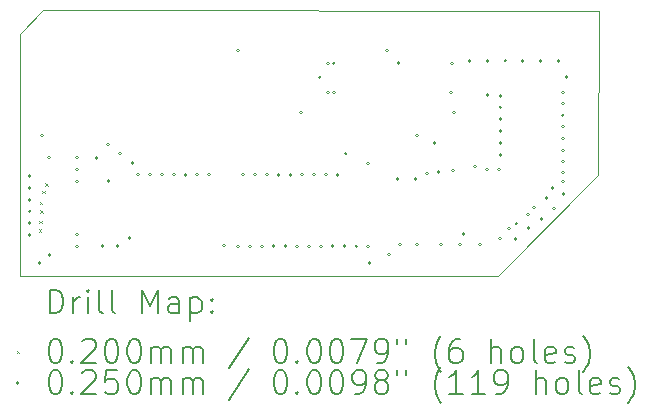
<source format=gbr>
%TF.GenerationSoftware,KiCad,Pcbnew,8.0.0*%
%TF.CreationDate,2024-03-06T21:04:31+04:00*%
%TF.ProjectId,gbc-cm4-aio-flex,6762632d-636d-4342-9d61-696f2d666c65,rev?*%
%TF.SameCoordinates,Original*%
%TF.FileFunction,Drillmap*%
%TF.FilePolarity,Positive*%
%FSLAX45Y45*%
G04 Gerber Fmt 4.5, Leading zero omitted, Abs format (unit mm)*
G04 Created by KiCad (PCBNEW 8.0.0) date 2024-03-06 21:04:31*
%MOMM*%
%LPD*%
G01*
G04 APERTURE LIST*
%ADD10C,0.100000*%
%ADD11C,0.200000*%
G04 APERTURE END LIST*
D10*
X16955000Y-11456000D02*
X16950000Y-12850000D01*
X16100000Y-13700000D01*
X12050000Y-13700000D01*
X12050000Y-11650000D01*
X12250000Y-11450000D01*
X16955000Y-11456000D01*
D11*
D10*
X12213360Y-13307675D02*
X12233360Y-13327675D01*
X12233360Y-13307675D02*
X12213360Y-13327675D01*
X12215000Y-13234000D02*
X12235000Y-13254000D01*
X12235000Y-13234000D02*
X12215000Y-13254000D01*
X12222000Y-13075000D02*
X12242000Y-13095000D01*
X12242000Y-13075000D02*
X12222000Y-13095000D01*
X12225000Y-13145000D02*
X12245000Y-13165000D01*
X12245000Y-13145000D02*
X12225000Y-13165000D01*
X12241000Y-12982000D02*
X12261000Y-13002000D01*
X12261000Y-12982000D02*
X12241000Y-13002000D01*
X12267000Y-12917000D02*
X12287000Y-12937000D01*
X12287000Y-12917000D02*
X12267000Y-12937000D01*
X12146500Y-12855000D02*
G75*
G02*
X12121500Y-12855000I-12500J0D01*
G01*
X12121500Y-12855000D02*
G75*
G02*
X12146500Y-12855000I12500J0D01*
G01*
X12146500Y-12955000D02*
G75*
G02*
X12121500Y-12955000I-12500J0D01*
G01*
X12121500Y-12955000D02*
G75*
G02*
X12146500Y-12955000I12500J0D01*
G01*
X12146500Y-13055000D02*
G75*
G02*
X12121500Y-13055000I-12500J0D01*
G01*
X12121500Y-13055000D02*
G75*
G02*
X12146500Y-13055000I12500J0D01*
G01*
X12146500Y-13155000D02*
G75*
G02*
X12121500Y-13155000I-12500J0D01*
G01*
X12121500Y-13155000D02*
G75*
G02*
X12146500Y-13155000I12500J0D01*
G01*
X12146500Y-13255000D02*
G75*
G02*
X12121500Y-13255000I-12500J0D01*
G01*
X12121500Y-13255000D02*
G75*
G02*
X12146500Y-13255000I12500J0D01*
G01*
X12146500Y-13355000D02*
G75*
G02*
X12121500Y-13355000I-12500J0D01*
G01*
X12121500Y-13355000D02*
G75*
G02*
X12146500Y-13355000I12500J0D01*
G01*
X12232500Y-13593000D02*
G75*
G02*
X12207500Y-13593000I-12500J0D01*
G01*
X12207500Y-13593000D02*
G75*
G02*
X12232500Y-13593000I12500J0D01*
G01*
X12252500Y-12512000D02*
G75*
G02*
X12227500Y-12512000I-12500J0D01*
G01*
X12227500Y-12512000D02*
G75*
G02*
X12252500Y-12512000I12500J0D01*
G01*
X12313500Y-12700000D02*
G75*
G02*
X12288500Y-12700000I-12500J0D01*
G01*
X12288500Y-12700000D02*
G75*
G02*
X12313500Y-12700000I12500J0D01*
G01*
X12316500Y-13522000D02*
G75*
G02*
X12291500Y-13522000I-12500J0D01*
G01*
X12291500Y-13522000D02*
G75*
G02*
X12316500Y-13522000I12500J0D01*
G01*
X12548500Y-12700000D02*
G75*
G02*
X12523500Y-12700000I-12500J0D01*
G01*
X12523500Y-12700000D02*
G75*
G02*
X12548500Y-12700000I12500J0D01*
G01*
X12548500Y-12800000D02*
G75*
G02*
X12523500Y-12800000I-12500J0D01*
G01*
X12523500Y-12800000D02*
G75*
G02*
X12548500Y-12800000I12500J0D01*
G01*
X12548500Y-12900000D02*
G75*
G02*
X12523500Y-12900000I-12500J0D01*
G01*
X12523500Y-12900000D02*
G75*
G02*
X12548500Y-12900000I12500J0D01*
G01*
X12548500Y-13350000D02*
G75*
G02*
X12523500Y-13350000I-12500J0D01*
G01*
X12523500Y-13350000D02*
G75*
G02*
X12548500Y-13350000I12500J0D01*
G01*
X12548500Y-13450000D02*
G75*
G02*
X12523500Y-13450000I-12500J0D01*
G01*
X12523500Y-13450000D02*
G75*
G02*
X12548500Y-13450000I12500J0D01*
G01*
X12713500Y-12700000D02*
G75*
G02*
X12688500Y-12700000I-12500J0D01*
G01*
X12688500Y-12700000D02*
G75*
G02*
X12713500Y-12700000I12500J0D01*
G01*
X12763500Y-13450000D02*
G75*
G02*
X12738500Y-13450000I-12500J0D01*
G01*
X12738500Y-13450000D02*
G75*
G02*
X12763500Y-13450000I12500J0D01*
G01*
X12813500Y-12589000D02*
G75*
G02*
X12788500Y-12589000I-12500J0D01*
G01*
X12788500Y-12589000D02*
G75*
G02*
X12813500Y-12589000I12500J0D01*
G01*
X12813500Y-12900000D02*
G75*
G02*
X12788500Y-12900000I-12500J0D01*
G01*
X12788500Y-12900000D02*
G75*
G02*
X12813500Y-12900000I12500J0D01*
G01*
X12890300Y-13446000D02*
G75*
G02*
X12865300Y-13446000I-12500J0D01*
G01*
X12865300Y-13446000D02*
G75*
G02*
X12890300Y-13446000I12500J0D01*
G01*
X12914500Y-12666000D02*
G75*
G02*
X12889500Y-12666000I-12500J0D01*
G01*
X12889500Y-12666000D02*
G75*
G02*
X12914500Y-12666000I12500J0D01*
G01*
X12991900Y-13378000D02*
G75*
G02*
X12966900Y-13378000I-12500J0D01*
G01*
X12966900Y-13378000D02*
G75*
G02*
X12991900Y-13378000I12500J0D01*
G01*
X13017300Y-12746000D02*
G75*
G02*
X12992300Y-12746000I-12500J0D01*
G01*
X12992300Y-12746000D02*
G75*
G02*
X13017300Y-12746000I12500J0D01*
G01*
X13067500Y-12843000D02*
G75*
G02*
X13042500Y-12843000I-12500J0D01*
G01*
X13042500Y-12843000D02*
G75*
G02*
X13067500Y-12843000I12500J0D01*
G01*
X13167500Y-12843000D02*
G75*
G02*
X13142500Y-12843000I-12500J0D01*
G01*
X13142500Y-12843000D02*
G75*
G02*
X13167500Y-12843000I12500J0D01*
G01*
X13267500Y-12843000D02*
G75*
G02*
X13242500Y-12843000I-12500J0D01*
G01*
X13242500Y-12843000D02*
G75*
G02*
X13267500Y-12843000I12500J0D01*
G01*
X13366500Y-12843000D02*
G75*
G02*
X13341500Y-12843000I-12500J0D01*
G01*
X13341500Y-12843000D02*
G75*
G02*
X13366500Y-12843000I12500J0D01*
G01*
X13466500Y-12843000D02*
G75*
G02*
X13441500Y-12843000I-12500J0D01*
G01*
X13441500Y-12843000D02*
G75*
G02*
X13466500Y-12843000I12500J0D01*
G01*
X13566500Y-12843000D02*
G75*
G02*
X13541500Y-12843000I-12500J0D01*
G01*
X13541500Y-12843000D02*
G75*
G02*
X13566500Y-12843000I12500J0D01*
G01*
X13666500Y-12843000D02*
G75*
G02*
X13641500Y-12843000I-12500J0D01*
G01*
X13641500Y-12843000D02*
G75*
G02*
X13666500Y-12843000I12500J0D01*
G01*
X13793500Y-13446000D02*
G75*
G02*
X13768500Y-13446000I-12500J0D01*
G01*
X13768500Y-13446000D02*
G75*
G02*
X13793500Y-13446000I12500J0D01*
G01*
X13912500Y-13450000D02*
G75*
G02*
X13887500Y-13450000I-12500J0D01*
G01*
X13887500Y-13450000D02*
G75*
G02*
X13912500Y-13450000I12500J0D01*
G01*
X13913500Y-11793000D02*
G75*
G02*
X13888500Y-11793000I-12500J0D01*
G01*
X13888500Y-11793000D02*
G75*
G02*
X13913500Y-11793000I12500J0D01*
G01*
X13954500Y-12844000D02*
G75*
G02*
X13929500Y-12844000I-12500J0D01*
G01*
X13929500Y-12844000D02*
G75*
G02*
X13954500Y-12844000I12500J0D01*
G01*
X14012500Y-13450000D02*
G75*
G02*
X13987500Y-13450000I-12500J0D01*
G01*
X13987500Y-13450000D02*
G75*
G02*
X14012500Y-13450000I12500J0D01*
G01*
X14054500Y-12844000D02*
G75*
G02*
X14029500Y-12844000I-12500J0D01*
G01*
X14029500Y-12844000D02*
G75*
G02*
X14054500Y-12844000I12500J0D01*
G01*
X14112500Y-13450000D02*
G75*
G02*
X14087500Y-13450000I-12500J0D01*
G01*
X14087500Y-13450000D02*
G75*
G02*
X14112500Y-13450000I12500J0D01*
G01*
X14154500Y-12844000D02*
G75*
G02*
X14129500Y-12844000I-12500J0D01*
G01*
X14129500Y-12844000D02*
G75*
G02*
X14154500Y-12844000I12500J0D01*
G01*
X14212500Y-13450000D02*
G75*
G02*
X14187500Y-13450000I-12500J0D01*
G01*
X14187500Y-13450000D02*
G75*
G02*
X14212500Y-13450000I12500J0D01*
G01*
X14254500Y-12844000D02*
G75*
G02*
X14229500Y-12844000I-12500J0D01*
G01*
X14229500Y-12844000D02*
G75*
G02*
X14254500Y-12844000I12500J0D01*
G01*
X14312500Y-13450000D02*
G75*
G02*
X14287500Y-13450000I-12500J0D01*
G01*
X14287500Y-13450000D02*
G75*
G02*
X14312500Y-13450000I12500J0D01*
G01*
X14354500Y-12844000D02*
G75*
G02*
X14329500Y-12844000I-12500J0D01*
G01*
X14329500Y-12844000D02*
G75*
G02*
X14354500Y-12844000I12500J0D01*
G01*
X14412500Y-13450000D02*
G75*
G02*
X14387500Y-13450000I-12500J0D01*
G01*
X14387500Y-13450000D02*
G75*
G02*
X14412500Y-13450000I12500J0D01*
G01*
X14444500Y-12319000D02*
G75*
G02*
X14419500Y-12319000I-12500J0D01*
G01*
X14419500Y-12319000D02*
G75*
G02*
X14444500Y-12319000I12500J0D01*
G01*
X14454500Y-12844000D02*
G75*
G02*
X14429500Y-12844000I-12500J0D01*
G01*
X14429500Y-12844000D02*
G75*
G02*
X14454500Y-12844000I12500J0D01*
G01*
X14512500Y-13450000D02*
G75*
G02*
X14487500Y-13450000I-12500J0D01*
G01*
X14487500Y-13450000D02*
G75*
G02*
X14512500Y-13450000I12500J0D01*
G01*
X14554500Y-12844000D02*
G75*
G02*
X14529500Y-12844000I-12500J0D01*
G01*
X14529500Y-12844000D02*
G75*
G02*
X14554500Y-12844000I12500J0D01*
G01*
X14602500Y-12020000D02*
G75*
G02*
X14577500Y-12020000I-12500J0D01*
G01*
X14577500Y-12020000D02*
G75*
G02*
X14602500Y-12020000I12500J0D01*
G01*
X14612500Y-13450000D02*
G75*
G02*
X14587500Y-13450000I-12500J0D01*
G01*
X14587500Y-13450000D02*
G75*
G02*
X14612500Y-13450000I12500J0D01*
G01*
X14654500Y-12844000D02*
G75*
G02*
X14629500Y-12844000I-12500J0D01*
G01*
X14629500Y-12844000D02*
G75*
G02*
X14654500Y-12844000I12500J0D01*
G01*
X14672500Y-11900000D02*
G75*
G02*
X14647500Y-11900000I-12500J0D01*
G01*
X14647500Y-11900000D02*
G75*
G02*
X14672500Y-11900000I12500J0D01*
G01*
X14672500Y-12150000D02*
G75*
G02*
X14647500Y-12150000I-12500J0D01*
G01*
X14647500Y-12150000D02*
G75*
G02*
X14672500Y-12150000I12500J0D01*
G01*
X14712500Y-13450000D02*
G75*
G02*
X14687500Y-13450000I-12500J0D01*
G01*
X14687500Y-13450000D02*
G75*
G02*
X14712500Y-13450000I12500J0D01*
G01*
X14722500Y-11900000D02*
G75*
G02*
X14697500Y-11900000I-12500J0D01*
G01*
X14697500Y-11900000D02*
G75*
G02*
X14722500Y-11900000I12500J0D01*
G01*
X14722500Y-12150000D02*
G75*
G02*
X14697500Y-12150000I-12500J0D01*
G01*
X14697500Y-12150000D02*
G75*
G02*
X14722500Y-12150000I12500J0D01*
G01*
X14754500Y-12844000D02*
G75*
G02*
X14729500Y-12844000I-12500J0D01*
G01*
X14729500Y-12844000D02*
G75*
G02*
X14754500Y-12844000I12500J0D01*
G01*
X14812500Y-13450000D02*
G75*
G02*
X14787500Y-13450000I-12500J0D01*
G01*
X14787500Y-13450000D02*
G75*
G02*
X14812500Y-13450000I12500J0D01*
G01*
X14822500Y-12666000D02*
G75*
G02*
X14797500Y-12666000I-12500J0D01*
G01*
X14797500Y-12666000D02*
G75*
G02*
X14822500Y-12666000I12500J0D01*
G01*
X14912500Y-13450000D02*
G75*
G02*
X14887500Y-13450000I-12500J0D01*
G01*
X14887500Y-13450000D02*
G75*
G02*
X14912500Y-13450000I12500J0D01*
G01*
X15012500Y-12746000D02*
G75*
G02*
X14987500Y-12746000I-12500J0D01*
G01*
X14987500Y-12746000D02*
G75*
G02*
X15012500Y-12746000I12500J0D01*
G01*
X15012500Y-13450000D02*
G75*
G02*
X14987500Y-13450000I-12500J0D01*
G01*
X14987500Y-13450000D02*
G75*
G02*
X15012500Y-13450000I12500J0D01*
G01*
X15022500Y-13593000D02*
G75*
G02*
X14997500Y-13593000I-12500J0D01*
G01*
X14997500Y-13593000D02*
G75*
G02*
X15022500Y-13593000I12500J0D01*
G01*
X15173500Y-11793000D02*
G75*
G02*
X15148500Y-11793000I-12500J0D01*
G01*
X15148500Y-11793000D02*
G75*
G02*
X15173500Y-11793000I12500J0D01*
G01*
X15191500Y-13521000D02*
G75*
G02*
X15166500Y-13521000I-12500J0D01*
G01*
X15166500Y-13521000D02*
G75*
G02*
X15191500Y-13521000I12500J0D01*
G01*
X15262500Y-12882000D02*
G75*
G02*
X15237500Y-12882000I-12500J0D01*
G01*
X15237500Y-12882000D02*
G75*
G02*
X15262500Y-12882000I12500J0D01*
G01*
X15272500Y-11900000D02*
G75*
G02*
X15247500Y-11900000I-12500J0D01*
G01*
X15247500Y-11900000D02*
G75*
G02*
X15272500Y-11900000I12500J0D01*
G01*
X15284500Y-13435000D02*
G75*
G02*
X15259500Y-13435000I-12500J0D01*
G01*
X15259500Y-13435000D02*
G75*
G02*
X15284500Y-13435000I12500J0D01*
G01*
X15417500Y-12881000D02*
G75*
G02*
X15392500Y-12881000I-12500J0D01*
G01*
X15392500Y-12881000D02*
G75*
G02*
X15417500Y-12881000I12500J0D01*
G01*
X15423500Y-12512000D02*
G75*
G02*
X15398500Y-12512000I-12500J0D01*
G01*
X15398500Y-12512000D02*
G75*
G02*
X15423500Y-12512000I12500J0D01*
G01*
X15426500Y-13434000D02*
G75*
G02*
X15401500Y-13434000I-12500J0D01*
G01*
X15401500Y-13434000D02*
G75*
G02*
X15426500Y-13434000I12500J0D01*
G01*
X15510500Y-12837000D02*
G75*
G02*
X15485500Y-12837000I-12500J0D01*
G01*
X15485500Y-12837000D02*
G75*
G02*
X15510500Y-12837000I12500J0D01*
G01*
X15572500Y-12576000D02*
G75*
G02*
X15547500Y-12576000I-12500J0D01*
G01*
X15547500Y-12576000D02*
G75*
G02*
X15572500Y-12576000I12500J0D01*
G01*
X15608500Y-12821000D02*
G75*
G02*
X15583500Y-12821000I-12500J0D01*
G01*
X15583500Y-12821000D02*
G75*
G02*
X15608500Y-12821000I12500J0D01*
G01*
X15627500Y-13434000D02*
G75*
G02*
X15602500Y-13434000I-12500J0D01*
G01*
X15602500Y-13434000D02*
G75*
G02*
X15627500Y-13434000I12500J0D01*
G01*
X15712500Y-12150000D02*
G75*
G02*
X15687500Y-12150000I-12500J0D01*
G01*
X15687500Y-12150000D02*
G75*
G02*
X15712500Y-12150000I12500J0D01*
G01*
X15722500Y-11900000D02*
G75*
G02*
X15697500Y-11900000I-12500J0D01*
G01*
X15697500Y-11900000D02*
G75*
G02*
X15722500Y-11900000I12500J0D01*
G01*
X15731500Y-12808000D02*
G75*
G02*
X15706500Y-12808000I-12500J0D01*
G01*
X15706500Y-12808000D02*
G75*
G02*
X15731500Y-12808000I12500J0D01*
G01*
X15741500Y-12319000D02*
G75*
G02*
X15716500Y-12319000I-12500J0D01*
G01*
X15716500Y-12319000D02*
G75*
G02*
X15741500Y-12319000I12500J0D01*
G01*
X15792500Y-13437000D02*
G75*
G02*
X15767500Y-13437000I-12500J0D01*
G01*
X15767500Y-13437000D02*
G75*
G02*
X15792500Y-13437000I12500J0D01*
G01*
X15823500Y-13347000D02*
G75*
G02*
X15798500Y-13347000I-12500J0D01*
G01*
X15798500Y-13347000D02*
G75*
G02*
X15823500Y-13347000I12500J0D01*
G01*
X15872500Y-11881000D02*
G75*
G02*
X15847500Y-11881000I-12500J0D01*
G01*
X15847500Y-11881000D02*
G75*
G02*
X15872500Y-11881000I12500J0D01*
G01*
X15917500Y-12777000D02*
G75*
G02*
X15892500Y-12777000I-12500J0D01*
G01*
X15892500Y-12777000D02*
G75*
G02*
X15917500Y-12777000I12500J0D01*
G01*
X15958500Y-13435000D02*
G75*
G02*
X15933500Y-13435000I-12500J0D01*
G01*
X15933500Y-13435000D02*
G75*
G02*
X15958500Y-13435000I12500J0D01*
G01*
X16020500Y-12802000D02*
G75*
G02*
X15995500Y-12802000I-12500J0D01*
G01*
X15995500Y-12802000D02*
G75*
G02*
X16020500Y-12802000I12500J0D01*
G01*
X16022500Y-11881000D02*
G75*
G02*
X15997500Y-11881000I-12500J0D01*
G01*
X15997500Y-11881000D02*
G75*
G02*
X16022500Y-11881000I12500J0D01*
G01*
X16022500Y-12171000D02*
G75*
G02*
X15997500Y-12171000I-12500J0D01*
G01*
X15997500Y-12171000D02*
G75*
G02*
X16022500Y-12171000I12500J0D01*
G01*
X16120500Y-12802000D02*
G75*
G02*
X16095500Y-12802000I-12500J0D01*
G01*
X16095500Y-12802000D02*
G75*
G02*
X16120500Y-12802000I12500J0D01*
G01*
X16129500Y-13387000D02*
G75*
G02*
X16104500Y-13387000I-12500J0D01*
G01*
X16104500Y-13387000D02*
G75*
G02*
X16129500Y-13387000I12500J0D01*
G01*
X16133500Y-12175000D02*
G75*
G02*
X16108500Y-12175000I-12500J0D01*
G01*
X16108500Y-12175000D02*
G75*
G02*
X16133500Y-12175000I12500J0D01*
G01*
X16133500Y-12275000D02*
G75*
G02*
X16108500Y-12275000I-12500J0D01*
G01*
X16108500Y-12275000D02*
G75*
G02*
X16133500Y-12275000I12500J0D01*
G01*
X16133500Y-12375000D02*
G75*
G02*
X16108500Y-12375000I-12500J0D01*
G01*
X16108500Y-12375000D02*
G75*
G02*
X16133500Y-12375000I12500J0D01*
G01*
X16133500Y-12475000D02*
G75*
G02*
X16108500Y-12475000I-12500J0D01*
G01*
X16108500Y-12475000D02*
G75*
G02*
X16133500Y-12475000I12500J0D01*
G01*
X16133500Y-12575000D02*
G75*
G02*
X16108500Y-12575000I-12500J0D01*
G01*
X16108500Y-12575000D02*
G75*
G02*
X16133500Y-12575000I12500J0D01*
G01*
X16133500Y-12675000D02*
G75*
G02*
X16108500Y-12675000I-12500J0D01*
G01*
X16108500Y-12675000D02*
G75*
G02*
X16133500Y-12675000I12500J0D01*
G01*
X16172500Y-11881000D02*
G75*
G02*
X16147500Y-11881000I-12500J0D01*
G01*
X16147500Y-11881000D02*
G75*
G02*
X16172500Y-11881000I12500J0D01*
G01*
X16202500Y-13300000D02*
G75*
G02*
X16177500Y-13300000I-12500J0D01*
G01*
X16177500Y-13300000D02*
G75*
G02*
X16202500Y-13300000I12500J0D01*
G01*
X16261500Y-13388000D02*
G75*
G02*
X16236500Y-13388000I-12500J0D01*
G01*
X16236500Y-13388000D02*
G75*
G02*
X16261500Y-13388000I12500J0D01*
G01*
X16266500Y-13259993D02*
G75*
G02*
X16241500Y-13259993I-12500J0D01*
G01*
X16241500Y-13259993D02*
G75*
G02*
X16266500Y-13259993I12500J0D01*
G01*
X16322500Y-11881000D02*
G75*
G02*
X16297500Y-11881000I-12500J0D01*
G01*
X16297500Y-11881000D02*
G75*
G02*
X16322500Y-11881000I12500J0D01*
G01*
X16369237Y-13181852D02*
G75*
G02*
X16344237Y-13181852I-12500J0D01*
G01*
X16344237Y-13181852D02*
G75*
G02*
X16369237Y-13181852I12500J0D01*
G01*
X16370500Y-13294000D02*
G75*
G02*
X16345500Y-13294000I-12500J0D01*
G01*
X16345500Y-13294000D02*
G75*
G02*
X16370500Y-13294000I12500J0D01*
G01*
X16416500Y-13123270D02*
G75*
G02*
X16391500Y-13123270I-12500J0D01*
G01*
X16391500Y-13123270D02*
G75*
G02*
X16416500Y-13123270I12500J0D01*
G01*
X16472500Y-11881000D02*
G75*
G02*
X16447500Y-11881000I-12500J0D01*
G01*
X16447500Y-11881000D02*
G75*
G02*
X16472500Y-11881000I12500J0D01*
G01*
X16477500Y-13219000D02*
G75*
G02*
X16452500Y-13219000I-12500J0D01*
G01*
X16452500Y-13219000D02*
G75*
G02*
X16477500Y-13219000I12500J0D01*
G01*
X16523500Y-13038000D02*
G75*
G02*
X16498500Y-13038000I-12500J0D01*
G01*
X16498500Y-13038000D02*
G75*
G02*
X16523500Y-13038000I12500J0D01*
G01*
X16572500Y-12957000D02*
G75*
G02*
X16547500Y-12957000I-12500J0D01*
G01*
X16547500Y-12957000D02*
G75*
G02*
X16572500Y-12957000I12500J0D01*
G01*
X16584500Y-13130000D02*
G75*
G02*
X16559500Y-13130000I-12500J0D01*
G01*
X16559500Y-13130000D02*
G75*
G02*
X16584500Y-13130000I12500J0D01*
G01*
X16622500Y-11881000D02*
G75*
G02*
X16597500Y-11881000I-12500J0D01*
G01*
X16597500Y-11881000D02*
G75*
G02*
X16622500Y-11881000I12500J0D01*
G01*
X16661500Y-12146000D02*
G75*
G02*
X16636500Y-12146000I-12500J0D01*
G01*
X16636500Y-12146000D02*
G75*
G02*
X16661500Y-12146000I12500J0D01*
G01*
X16662500Y-12239000D02*
G75*
G02*
X16637500Y-12239000I-12500J0D01*
G01*
X16637500Y-12239000D02*
G75*
G02*
X16662500Y-12239000I12500J0D01*
G01*
X16662500Y-12339000D02*
G75*
G02*
X16637500Y-12339000I-12500J0D01*
G01*
X16637500Y-12339000D02*
G75*
G02*
X16662500Y-12339000I12500J0D01*
G01*
X16662500Y-12439000D02*
G75*
G02*
X16637500Y-12439000I-12500J0D01*
G01*
X16637500Y-12439000D02*
G75*
G02*
X16662500Y-12439000I12500J0D01*
G01*
X16662500Y-12539000D02*
G75*
G02*
X16637500Y-12539000I-12500J0D01*
G01*
X16637500Y-12539000D02*
G75*
G02*
X16662500Y-12539000I12500J0D01*
G01*
X16662500Y-12639000D02*
G75*
G02*
X16637500Y-12639000I-12500J0D01*
G01*
X16637500Y-12639000D02*
G75*
G02*
X16662500Y-12639000I12500J0D01*
G01*
X16662500Y-12729000D02*
G75*
G02*
X16637500Y-12729000I-12500J0D01*
G01*
X16637500Y-12729000D02*
G75*
G02*
X16662500Y-12729000I12500J0D01*
G01*
X16662500Y-12829000D02*
G75*
G02*
X16637500Y-12829000I-12500J0D01*
G01*
X16637500Y-12829000D02*
G75*
G02*
X16662500Y-12829000I12500J0D01*
G01*
X16662500Y-12900000D02*
G75*
G02*
X16637500Y-12900000I-12500J0D01*
G01*
X16637500Y-12900000D02*
G75*
G02*
X16662500Y-12900000I12500J0D01*
G01*
X16669500Y-13009000D02*
G75*
G02*
X16644500Y-13009000I-12500J0D01*
G01*
X16644500Y-13009000D02*
G75*
G02*
X16669500Y-13009000I12500J0D01*
G01*
X16692500Y-12020000D02*
G75*
G02*
X16667500Y-12020000I-12500J0D01*
G01*
X16667500Y-12020000D02*
G75*
G02*
X16692500Y-12020000I12500J0D01*
G01*
D11*
X12305777Y-14016484D02*
X12305777Y-13816484D01*
X12305777Y-13816484D02*
X12353396Y-13816484D01*
X12353396Y-13816484D02*
X12381967Y-13826008D01*
X12381967Y-13826008D02*
X12401015Y-13845055D01*
X12401015Y-13845055D02*
X12410539Y-13864103D01*
X12410539Y-13864103D02*
X12420062Y-13902198D01*
X12420062Y-13902198D02*
X12420062Y-13930769D01*
X12420062Y-13930769D02*
X12410539Y-13968865D01*
X12410539Y-13968865D02*
X12401015Y-13987912D01*
X12401015Y-13987912D02*
X12381967Y-14006960D01*
X12381967Y-14006960D02*
X12353396Y-14016484D01*
X12353396Y-14016484D02*
X12305777Y-14016484D01*
X12505777Y-14016484D02*
X12505777Y-13883150D01*
X12505777Y-13921246D02*
X12515301Y-13902198D01*
X12515301Y-13902198D02*
X12524824Y-13892674D01*
X12524824Y-13892674D02*
X12543872Y-13883150D01*
X12543872Y-13883150D02*
X12562920Y-13883150D01*
X12629586Y-14016484D02*
X12629586Y-13883150D01*
X12629586Y-13816484D02*
X12620062Y-13826008D01*
X12620062Y-13826008D02*
X12629586Y-13835531D01*
X12629586Y-13835531D02*
X12639110Y-13826008D01*
X12639110Y-13826008D02*
X12629586Y-13816484D01*
X12629586Y-13816484D02*
X12629586Y-13835531D01*
X12753396Y-14016484D02*
X12734348Y-14006960D01*
X12734348Y-14006960D02*
X12724824Y-13987912D01*
X12724824Y-13987912D02*
X12724824Y-13816484D01*
X12858158Y-14016484D02*
X12839110Y-14006960D01*
X12839110Y-14006960D02*
X12829586Y-13987912D01*
X12829586Y-13987912D02*
X12829586Y-13816484D01*
X13086729Y-14016484D02*
X13086729Y-13816484D01*
X13086729Y-13816484D02*
X13153396Y-13959341D01*
X13153396Y-13959341D02*
X13220062Y-13816484D01*
X13220062Y-13816484D02*
X13220062Y-14016484D01*
X13401015Y-14016484D02*
X13401015Y-13911722D01*
X13401015Y-13911722D02*
X13391491Y-13892674D01*
X13391491Y-13892674D02*
X13372443Y-13883150D01*
X13372443Y-13883150D02*
X13334348Y-13883150D01*
X13334348Y-13883150D02*
X13315301Y-13892674D01*
X13401015Y-14006960D02*
X13381967Y-14016484D01*
X13381967Y-14016484D02*
X13334348Y-14016484D01*
X13334348Y-14016484D02*
X13315301Y-14006960D01*
X13315301Y-14006960D02*
X13305777Y-13987912D01*
X13305777Y-13987912D02*
X13305777Y-13968865D01*
X13305777Y-13968865D02*
X13315301Y-13949817D01*
X13315301Y-13949817D02*
X13334348Y-13940293D01*
X13334348Y-13940293D02*
X13381967Y-13940293D01*
X13381967Y-13940293D02*
X13401015Y-13930769D01*
X13496253Y-13883150D02*
X13496253Y-14083150D01*
X13496253Y-13892674D02*
X13515301Y-13883150D01*
X13515301Y-13883150D02*
X13553396Y-13883150D01*
X13553396Y-13883150D02*
X13572443Y-13892674D01*
X13572443Y-13892674D02*
X13581967Y-13902198D01*
X13581967Y-13902198D02*
X13591491Y-13921246D01*
X13591491Y-13921246D02*
X13591491Y-13978388D01*
X13591491Y-13978388D02*
X13581967Y-13997436D01*
X13581967Y-13997436D02*
X13572443Y-14006960D01*
X13572443Y-14006960D02*
X13553396Y-14016484D01*
X13553396Y-14016484D02*
X13515301Y-14016484D01*
X13515301Y-14016484D02*
X13496253Y-14006960D01*
X13677205Y-13997436D02*
X13686729Y-14006960D01*
X13686729Y-14006960D02*
X13677205Y-14016484D01*
X13677205Y-14016484D02*
X13667682Y-14006960D01*
X13667682Y-14006960D02*
X13677205Y-13997436D01*
X13677205Y-13997436D02*
X13677205Y-14016484D01*
X13677205Y-13892674D02*
X13686729Y-13902198D01*
X13686729Y-13902198D02*
X13677205Y-13911722D01*
X13677205Y-13911722D02*
X13667682Y-13902198D01*
X13667682Y-13902198D02*
X13677205Y-13892674D01*
X13677205Y-13892674D02*
X13677205Y-13911722D01*
D10*
X12025000Y-14335000D02*
X12045000Y-14355000D01*
X12045000Y-14335000D02*
X12025000Y-14355000D01*
D11*
X12343872Y-14236484D02*
X12362920Y-14236484D01*
X12362920Y-14236484D02*
X12381967Y-14246008D01*
X12381967Y-14246008D02*
X12391491Y-14255531D01*
X12391491Y-14255531D02*
X12401015Y-14274579D01*
X12401015Y-14274579D02*
X12410539Y-14312674D01*
X12410539Y-14312674D02*
X12410539Y-14360293D01*
X12410539Y-14360293D02*
X12401015Y-14398388D01*
X12401015Y-14398388D02*
X12391491Y-14417436D01*
X12391491Y-14417436D02*
X12381967Y-14426960D01*
X12381967Y-14426960D02*
X12362920Y-14436484D01*
X12362920Y-14436484D02*
X12343872Y-14436484D01*
X12343872Y-14436484D02*
X12324824Y-14426960D01*
X12324824Y-14426960D02*
X12315301Y-14417436D01*
X12315301Y-14417436D02*
X12305777Y-14398388D01*
X12305777Y-14398388D02*
X12296253Y-14360293D01*
X12296253Y-14360293D02*
X12296253Y-14312674D01*
X12296253Y-14312674D02*
X12305777Y-14274579D01*
X12305777Y-14274579D02*
X12315301Y-14255531D01*
X12315301Y-14255531D02*
X12324824Y-14246008D01*
X12324824Y-14246008D02*
X12343872Y-14236484D01*
X12496253Y-14417436D02*
X12505777Y-14426960D01*
X12505777Y-14426960D02*
X12496253Y-14436484D01*
X12496253Y-14436484D02*
X12486729Y-14426960D01*
X12486729Y-14426960D02*
X12496253Y-14417436D01*
X12496253Y-14417436D02*
X12496253Y-14436484D01*
X12581967Y-14255531D02*
X12591491Y-14246008D01*
X12591491Y-14246008D02*
X12610539Y-14236484D01*
X12610539Y-14236484D02*
X12658158Y-14236484D01*
X12658158Y-14236484D02*
X12677205Y-14246008D01*
X12677205Y-14246008D02*
X12686729Y-14255531D01*
X12686729Y-14255531D02*
X12696253Y-14274579D01*
X12696253Y-14274579D02*
X12696253Y-14293627D01*
X12696253Y-14293627D02*
X12686729Y-14322198D01*
X12686729Y-14322198D02*
X12572443Y-14436484D01*
X12572443Y-14436484D02*
X12696253Y-14436484D01*
X12820062Y-14236484D02*
X12839110Y-14236484D01*
X12839110Y-14236484D02*
X12858158Y-14246008D01*
X12858158Y-14246008D02*
X12867682Y-14255531D01*
X12867682Y-14255531D02*
X12877205Y-14274579D01*
X12877205Y-14274579D02*
X12886729Y-14312674D01*
X12886729Y-14312674D02*
X12886729Y-14360293D01*
X12886729Y-14360293D02*
X12877205Y-14398388D01*
X12877205Y-14398388D02*
X12867682Y-14417436D01*
X12867682Y-14417436D02*
X12858158Y-14426960D01*
X12858158Y-14426960D02*
X12839110Y-14436484D01*
X12839110Y-14436484D02*
X12820062Y-14436484D01*
X12820062Y-14436484D02*
X12801015Y-14426960D01*
X12801015Y-14426960D02*
X12791491Y-14417436D01*
X12791491Y-14417436D02*
X12781967Y-14398388D01*
X12781967Y-14398388D02*
X12772443Y-14360293D01*
X12772443Y-14360293D02*
X12772443Y-14312674D01*
X12772443Y-14312674D02*
X12781967Y-14274579D01*
X12781967Y-14274579D02*
X12791491Y-14255531D01*
X12791491Y-14255531D02*
X12801015Y-14246008D01*
X12801015Y-14246008D02*
X12820062Y-14236484D01*
X13010539Y-14236484D02*
X13029586Y-14236484D01*
X13029586Y-14236484D02*
X13048634Y-14246008D01*
X13048634Y-14246008D02*
X13058158Y-14255531D01*
X13058158Y-14255531D02*
X13067682Y-14274579D01*
X13067682Y-14274579D02*
X13077205Y-14312674D01*
X13077205Y-14312674D02*
X13077205Y-14360293D01*
X13077205Y-14360293D02*
X13067682Y-14398388D01*
X13067682Y-14398388D02*
X13058158Y-14417436D01*
X13058158Y-14417436D02*
X13048634Y-14426960D01*
X13048634Y-14426960D02*
X13029586Y-14436484D01*
X13029586Y-14436484D02*
X13010539Y-14436484D01*
X13010539Y-14436484D02*
X12991491Y-14426960D01*
X12991491Y-14426960D02*
X12981967Y-14417436D01*
X12981967Y-14417436D02*
X12972443Y-14398388D01*
X12972443Y-14398388D02*
X12962920Y-14360293D01*
X12962920Y-14360293D02*
X12962920Y-14312674D01*
X12962920Y-14312674D02*
X12972443Y-14274579D01*
X12972443Y-14274579D02*
X12981967Y-14255531D01*
X12981967Y-14255531D02*
X12991491Y-14246008D01*
X12991491Y-14246008D02*
X13010539Y-14236484D01*
X13162920Y-14436484D02*
X13162920Y-14303150D01*
X13162920Y-14322198D02*
X13172443Y-14312674D01*
X13172443Y-14312674D02*
X13191491Y-14303150D01*
X13191491Y-14303150D02*
X13220063Y-14303150D01*
X13220063Y-14303150D02*
X13239110Y-14312674D01*
X13239110Y-14312674D02*
X13248634Y-14331722D01*
X13248634Y-14331722D02*
X13248634Y-14436484D01*
X13248634Y-14331722D02*
X13258158Y-14312674D01*
X13258158Y-14312674D02*
X13277205Y-14303150D01*
X13277205Y-14303150D02*
X13305777Y-14303150D01*
X13305777Y-14303150D02*
X13324824Y-14312674D01*
X13324824Y-14312674D02*
X13334348Y-14331722D01*
X13334348Y-14331722D02*
X13334348Y-14436484D01*
X13429586Y-14436484D02*
X13429586Y-14303150D01*
X13429586Y-14322198D02*
X13439110Y-14312674D01*
X13439110Y-14312674D02*
X13458158Y-14303150D01*
X13458158Y-14303150D02*
X13486729Y-14303150D01*
X13486729Y-14303150D02*
X13505777Y-14312674D01*
X13505777Y-14312674D02*
X13515301Y-14331722D01*
X13515301Y-14331722D02*
X13515301Y-14436484D01*
X13515301Y-14331722D02*
X13524824Y-14312674D01*
X13524824Y-14312674D02*
X13543872Y-14303150D01*
X13543872Y-14303150D02*
X13572443Y-14303150D01*
X13572443Y-14303150D02*
X13591491Y-14312674D01*
X13591491Y-14312674D02*
X13601015Y-14331722D01*
X13601015Y-14331722D02*
X13601015Y-14436484D01*
X13991491Y-14226960D02*
X13820063Y-14484103D01*
X14248634Y-14236484D02*
X14267682Y-14236484D01*
X14267682Y-14236484D02*
X14286729Y-14246008D01*
X14286729Y-14246008D02*
X14296253Y-14255531D01*
X14296253Y-14255531D02*
X14305777Y-14274579D01*
X14305777Y-14274579D02*
X14315301Y-14312674D01*
X14315301Y-14312674D02*
X14315301Y-14360293D01*
X14315301Y-14360293D02*
X14305777Y-14398388D01*
X14305777Y-14398388D02*
X14296253Y-14417436D01*
X14296253Y-14417436D02*
X14286729Y-14426960D01*
X14286729Y-14426960D02*
X14267682Y-14436484D01*
X14267682Y-14436484D02*
X14248634Y-14436484D01*
X14248634Y-14436484D02*
X14229586Y-14426960D01*
X14229586Y-14426960D02*
X14220063Y-14417436D01*
X14220063Y-14417436D02*
X14210539Y-14398388D01*
X14210539Y-14398388D02*
X14201015Y-14360293D01*
X14201015Y-14360293D02*
X14201015Y-14312674D01*
X14201015Y-14312674D02*
X14210539Y-14274579D01*
X14210539Y-14274579D02*
X14220063Y-14255531D01*
X14220063Y-14255531D02*
X14229586Y-14246008D01*
X14229586Y-14246008D02*
X14248634Y-14236484D01*
X14401015Y-14417436D02*
X14410539Y-14426960D01*
X14410539Y-14426960D02*
X14401015Y-14436484D01*
X14401015Y-14436484D02*
X14391491Y-14426960D01*
X14391491Y-14426960D02*
X14401015Y-14417436D01*
X14401015Y-14417436D02*
X14401015Y-14436484D01*
X14534348Y-14236484D02*
X14553396Y-14236484D01*
X14553396Y-14236484D02*
X14572444Y-14246008D01*
X14572444Y-14246008D02*
X14581967Y-14255531D01*
X14581967Y-14255531D02*
X14591491Y-14274579D01*
X14591491Y-14274579D02*
X14601015Y-14312674D01*
X14601015Y-14312674D02*
X14601015Y-14360293D01*
X14601015Y-14360293D02*
X14591491Y-14398388D01*
X14591491Y-14398388D02*
X14581967Y-14417436D01*
X14581967Y-14417436D02*
X14572444Y-14426960D01*
X14572444Y-14426960D02*
X14553396Y-14436484D01*
X14553396Y-14436484D02*
X14534348Y-14436484D01*
X14534348Y-14436484D02*
X14515301Y-14426960D01*
X14515301Y-14426960D02*
X14505777Y-14417436D01*
X14505777Y-14417436D02*
X14496253Y-14398388D01*
X14496253Y-14398388D02*
X14486729Y-14360293D01*
X14486729Y-14360293D02*
X14486729Y-14312674D01*
X14486729Y-14312674D02*
X14496253Y-14274579D01*
X14496253Y-14274579D02*
X14505777Y-14255531D01*
X14505777Y-14255531D02*
X14515301Y-14246008D01*
X14515301Y-14246008D02*
X14534348Y-14236484D01*
X14724825Y-14236484D02*
X14743872Y-14236484D01*
X14743872Y-14236484D02*
X14762920Y-14246008D01*
X14762920Y-14246008D02*
X14772444Y-14255531D01*
X14772444Y-14255531D02*
X14781967Y-14274579D01*
X14781967Y-14274579D02*
X14791491Y-14312674D01*
X14791491Y-14312674D02*
X14791491Y-14360293D01*
X14791491Y-14360293D02*
X14781967Y-14398388D01*
X14781967Y-14398388D02*
X14772444Y-14417436D01*
X14772444Y-14417436D02*
X14762920Y-14426960D01*
X14762920Y-14426960D02*
X14743872Y-14436484D01*
X14743872Y-14436484D02*
X14724825Y-14436484D01*
X14724825Y-14436484D02*
X14705777Y-14426960D01*
X14705777Y-14426960D02*
X14696253Y-14417436D01*
X14696253Y-14417436D02*
X14686729Y-14398388D01*
X14686729Y-14398388D02*
X14677206Y-14360293D01*
X14677206Y-14360293D02*
X14677206Y-14312674D01*
X14677206Y-14312674D02*
X14686729Y-14274579D01*
X14686729Y-14274579D02*
X14696253Y-14255531D01*
X14696253Y-14255531D02*
X14705777Y-14246008D01*
X14705777Y-14246008D02*
X14724825Y-14236484D01*
X14858158Y-14236484D02*
X14991491Y-14236484D01*
X14991491Y-14236484D02*
X14905777Y-14436484D01*
X15077206Y-14436484D02*
X15115301Y-14436484D01*
X15115301Y-14436484D02*
X15134348Y-14426960D01*
X15134348Y-14426960D02*
X15143872Y-14417436D01*
X15143872Y-14417436D02*
X15162920Y-14388865D01*
X15162920Y-14388865D02*
X15172444Y-14350769D01*
X15172444Y-14350769D02*
X15172444Y-14274579D01*
X15172444Y-14274579D02*
X15162920Y-14255531D01*
X15162920Y-14255531D02*
X15153396Y-14246008D01*
X15153396Y-14246008D02*
X15134348Y-14236484D01*
X15134348Y-14236484D02*
X15096253Y-14236484D01*
X15096253Y-14236484D02*
X15077206Y-14246008D01*
X15077206Y-14246008D02*
X15067682Y-14255531D01*
X15067682Y-14255531D02*
X15058158Y-14274579D01*
X15058158Y-14274579D02*
X15058158Y-14322198D01*
X15058158Y-14322198D02*
X15067682Y-14341246D01*
X15067682Y-14341246D02*
X15077206Y-14350769D01*
X15077206Y-14350769D02*
X15096253Y-14360293D01*
X15096253Y-14360293D02*
X15134348Y-14360293D01*
X15134348Y-14360293D02*
X15153396Y-14350769D01*
X15153396Y-14350769D02*
X15162920Y-14341246D01*
X15162920Y-14341246D02*
X15172444Y-14322198D01*
X15248634Y-14236484D02*
X15248634Y-14274579D01*
X15324825Y-14236484D02*
X15324825Y-14274579D01*
X15620063Y-14512674D02*
X15610539Y-14503150D01*
X15610539Y-14503150D02*
X15591491Y-14474579D01*
X15591491Y-14474579D02*
X15581968Y-14455531D01*
X15581968Y-14455531D02*
X15572444Y-14426960D01*
X15572444Y-14426960D02*
X15562920Y-14379341D01*
X15562920Y-14379341D02*
X15562920Y-14341246D01*
X15562920Y-14341246D02*
X15572444Y-14293627D01*
X15572444Y-14293627D02*
X15581968Y-14265055D01*
X15581968Y-14265055D02*
X15591491Y-14246008D01*
X15591491Y-14246008D02*
X15610539Y-14217436D01*
X15610539Y-14217436D02*
X15620063Y-14207912D01*
X15781968Y-14236484D02*
X15743872Y-14236484D01*
X15743872Y-14236484D02*
X15724825Y-14246008D01*
X15724825Y-14246008D02*
X15715301Y-14255531D01*
X15715301Y-14255531D02*
X15696253Y-14284103D01*
X15696253Y-14284103D02*
X15686729Y-14322198D01*
X15686729Y-14322198D02*
X15686729Y-14398388D01*
X15686729Y-14398388D02*
X15696253Y-14417436D01*
X15696253Y-14417436D02*
X15705777Y-14426960D01*
X15705777Y-14426960D02*
X15724825Y-14436484D01*
X15724825Y-14436484D02*
X15762920Y-14436484D01*
X15762920Y-14436484D02*
X15781968Y-14426960D01*
X15781968Y-14426960D02*
X15791491Y-14417436D01*
X15791491Y-14417436D02*
X15801015Y-14398388D01*
X15801015Y-14398388D02*
X15801015Y-14350769D01*
X15801015Y-14350769D02*
X15791491Y-14331722D01*
X15791491Y-14331722D02*
X15781968Y-14322198D01*
X15781968Y-14322198D02*
X15762920Y-14312674D01*
X15762920Y-14312674D02*
X15724825Y-14312674D01*
X15724825Y-14312674D02*
X15705777Y-14322198D01*
X15705777Y-14322198D02*
X15696253Y-14331722D01*
X15696253Y-14331722D02*
X15686729Y-14350769D01*
X16039110Y-14436484D02*
X16039110Y-14236484D01*
X16124825Y-14436484D02*
X16124825Y-14331722D01*
X16124825Y-14331722D02*
X16115301Y-14312674D01*
X16115301Y-14312674D02*
X16096253Y-14303150D01*
X16096253Y-14303150D02*
X16067682Y-14303150D01*
X16067682Y-14303150D02*
X16048634Y-14312674D01*
X16048634Y-14312674D02*
X16039110Y-14322198D01*
X16248634Y-14436484D02*
X16229587Y-14426960D01*
X16229587Y-14426960D02*
X16220063Y-14417436D01*
X16220063Y-14417436D02*
X16210539Y-14398388D01*
X16210539Y-14398388D02*
X16210539Y-14341246D01*
X16210539Y-14341246D02*
X16220063Y-14322198D01*
X16220063Y-14322198D02*
X16229587Y-14312674D01*
X16229587Y-14312674D02*
X16248634Y-14303150D01*
X16248634Y-14303150D02*
X16277206Y-14303150D01*
X16277206Y-14303150D02*
X16296253Y-14312674D01*
X16296253Y-14312674D02*
X16305777Y-14322198D01*
X16305777Y-14322198D02*
X16315301Y-14341246D01*
X16315301Y-14341246D02*
X16315301Y-14398388D01*
X16315301Y-14398388D02*
X16305777Y-14417436D01*
X16305777Y-14417436D02*
X16296253Y-14426960D01*
X16296253Y-14426960D02*
X16277206Y-14436484D01*
X16277206Y-14436484D02*
X16248634Y-14436484D01*
X16429587Y-14436484D02*
X16410539Y-14426960D01*
X16410539Y-14426960D02*
X16401015Y-14407912D01*
X16401015Y-14407912D02*
X16401015Y-14236484D01*
X16581968Y-14426960D02*
X16562920Y-14436484D01*
X16562920Y-14436484D02*
X16524825Y-14436484D01*
X16524825Y-14436484D02*
X16505777Y-14426960D01*
X16505777Y-14426960D02*
X16496253Y-14407912D01*
X16496253Y-14407912D02*
X16496253Y-14331722D01*
X16496253Y-14331722D02*
X16505777Y-14312674D01*
X16505777Y-14312674D02*
X16524825Y-14303150D01*
X16524825Y-14303150D02*
X16562920Y-14303150D01*
X16562920Y-14303150D02*
X16581968Y-14312674D01*
X16581968Y-14312674D02*
X16591491Y-14331722D01*
X16591491Y-14331722D02*
X16591491Y-14350769D01*
X16591491Y-14350769D02*
X16496253Y-14369817D01*
X16667682Y-14426960D02*
X16686730Y-14436484D01*
X16686730Y-14436484D02*
X16724825Y-14436484D01*
X16724825Y-14436484D02*
X16743872Y-14426960D01*
X16743872Y-14426960D02*
X16753396Y-14407912D01*
X16753396Y-14407912D02*
X16753396Y-14398388D01*
X16753396Y-14398388D02*
X16743872Y-14379341D01*
X16743872Y-14379341D02*
X16724825Y-14369817D01*
X16724825Y-14369817D02*
X16696253Y-14369817D01*
X16696253Y-14369817D02*
X16677206Y-14360293D01*
X16677206Y-14360293D02*
X16667682Y-14341246D01*
X16667682Y-14341246D02*
X16667682Y-14331722D01*
X16667682Y-14331722D02*
X16677206Y-14312674D01*
X16677206Y-14312674D02*
X16696253Y-14303150D01*
X16696253Y-14303150D02*
X16724825Y-14303150D01*
X16724825Y-14303150D02*
X16743872Y-14312674D01*
X16820063Y-14512674D02*
X16829587Y-14503150D01*
X16829587Y-14503150D02*
X16848634Y-14474579D01*
X16848634Y-14474579D02*
X16858158Y-14455531D01*
X16858158Y-14455531D02*
X16867682Y-14426960D01*
X16867682Y-14426960D02*
X16877206Y-14379341D01*
X16877206Y-14379341D02*
X16877206Y-14341246D01*
X16877206Y-14341246D02*
X16867682Y-14293627D01*
X16867682Y-14293627D02*
X16858158Y-14265055D01*
X16858158Y-14265055D02*
X16848634Y-14246008D01*
X16848634Y-14246008D02*
X16829587Y-14217436D01*
X16829587Y-14217436D02*
X16820063Y-14207912D01*
D10*
X12045000Y-14609000D02*
G75*
G02*
X12020000Y-14609000I-12500J0D01*
G01*
X12020000Y-14609000D02*
G75*
G02*
X12045000Y-14609000I12500J0D01*
G01*
D11*
X12343872Y-14500484D02*
X12362920Y-14500484D01*
X12362920Y-14500484D02*
X12381967Y-14510008D01*
X12381967Y-14510008D02*
X12391491Y-14519531D01*
X12391491Y-14519531D02*
X12401015Y-14538579D01*
X12401015Y-14538579D02*
X12410539Y-14576674D01*
X12410539Y-14576674D02*
X12410539Y-14624293D01*
X12410539Y-14624293D02*
X12401015Y-14662388D01*
X12401015Y-14662388D02*
X12391491Y-14681436D01*
X12391491Y-14681436D02*
X12381967Y-14690960D01*
X12381967Y-14690960D02*
X12362920Y-14700484D01*
X12362920Y-14700484D02*
X12343872Y-14700484D01*
X12343872Y-14700484D02*
X12324824Y-14690960D01*
X12324824Y-14690960D02*
X12315301Y-14681436D01*
X12315301Y-14681436D02*
X12305777Y-14662388D01*
X12305777Y-14662388D02*
X12296253Y-14624293D01*
X12296253Y-14624293D02*
X12296253Y-14576674D01*
X12296253Y-14576674D02*
X12305777Y-14538579D01*
X12305777Y-14538579D02*
X12315301Y-14519531D01*
X12315301Y-14519531D02*
X12324824Y-14510008D01*
X12324824Y-14510008D02*
X12343872Y-14500484D01*
X12496253Y-14681436D02*
X12505777Y-14690960D01*
X12505777Y-14690960D02*
X12496253Y-14700484D01*
X12496253Y-14700484D02*
X12486729Y-14690960D01*
X12486729Y-14690960D02*
X12496253Y-14681436D01*
X12496253Y-14681436D02*
X12496253Y-14700484D01*
X12581967Y-14519531D02*
X12591491Y-14510008D01*
X12591491Y-14510008D02*
X12610539Y-14500484D01*
X12610539Y-14500484D02*
X12658158Y-14500484D01*
X12658158Y-14500484D02*
X12677205Y-14510008D01*
X12677205Y-14510008D02*
X12686729Y-14519531D01*
X12686729Y-14519531D02*
X12696253Y-14538579D01*
X12696253Y-14538579D02*
X12696253Y-14557627D01*
X12696253Y-14557627D02*
X12686729Y-14586198D01*
X12686729Y-14586198D02*
X12572443Y-14700484D01*
X12572443Y-14700484D02*
X12696253Y-14700484D01*
X12877205Y-14500484D02*
X12781967Y-14500484D01*
X12781967Y-14500484D02*
X12772443Y-14595722D01*
X12772443Y-14595722D02*
X12781967Y-14586198D01*
X12781967Y-14586198D02*
X12801015Y-14576674D01*
X12801015Y-14576674D02*
X12848634Y-14576674D01*
X12848634Y-14576674D02*
X12867682Y-14586198D01*
X12867682Y-14586198D02*
X12877205Y-14595722D01*
X12877205Y-14595722D02*
X12886729Y-14614769D01*
X12886729Y-14614769D02*
X12886729Y-14662388D01*
X12886729Y-14662388D02*
X12877205Y-14681436D01*
X12877205Y-14681436D02*
X12867682Y-14690960D01*
X12867682Y-14690960D02*
X12848634Y-14700484D01*
X12848634Y-14700484D02*
X12801015Y-14700484D01*
X12801015Y-14700484D02*
X12781967Y-14690960D01*
X12781967Y-14690960D02*
X12772443Y-14681436D01*
X13010539Y-14500484D02*
X13029586Y-14500484D01*
X13029586Y-14500484D02*
X13048634Y-14510008D01*
X13048634Y-14510008D02*
X13058158Y-14519531D01*
X13058158Y-14519531D02*
X13067682Y-14538579D01*
X13067682Y-14538579D02*
X13077205Y-14576674D01*
X13077205Y-14576674D02*
X13077205Y-14624293D01*
X13077205Y-14624293D02*
X13067682Y-14662388D01*
X13067682Y-14662388D02*
X13058158Y-14681436D01*
X13058158Y-14681436D02*
X13048634Y-14690960D01*
X13048634Y-14690960D02*
X13029586Y-14700484D01*
X13029586Y-14700484D02*
X13010539Y-14700484D01*
X13010539Y-14700484D02*
X12991491Y-14690960D01*
X12991491Y-14690960D02*
X12981967Y-14681436D01*
X12981967Y-14681436D02*
X12972443Y-14662388D01*
X12972443Y-14662388D02*
X12962920Y-14624293D01*
X12962920Y-14624293D02*
X12962920Y-14576674D01*
X12962920Y-14576674D02*
X12972443Y-14538579D01*
X12972443Y-14538579D02*
X12981967Y-14519531D01*
X12981967Y-14519531D02*
X12991491Y-14510008D01*
X12991491Y-14510008D02*
X13010539Y-14500484D01*
X13162920Y-14700484D02*
X13162920Y-14567150D01*
X13162920Y-14586198D02*
X13172443Y-14576674D01*
X13172443Y-14576674D02*
X13191491Y-14567150D01*
X13191491Y-14567150D02*
X13220063Y-14567150D01*
X13220063Y-14567150D02*
X13239110Y-14576674D01*
X13239110Y-14576674D02*
X13248634Y-14595722D01*
X13248634Y-14595722D02*
X13248634Y-14700484D01*
X13248634Y-14595722D02*
X13258158Y-14576674D01*
X13258158Y-14576674D02*
X13277205Y-14567150D01*
X13277205Y-14567150D02*
X13305777Y-14567150D01*
X13305777Y-14567150D02*
X13324824Y-14576674D01*
X13324824Y-14576674D02*
X13334348Y-14595722D01*
X13334348Y-14595722D02*
X13334348Y-14700484D01*
X13429586Y-14700484D02*
X13429586Y-14567150D01*
X13429586Y-14586198D02*
X13439110Y-14576674D01*
X13439110Y-14576674D02*
X13458158Y-14567150D01*
X13458158Y-14567150D02*
X13486729Y-14567150D01*
X13486729Y-14567150D02*
X13505777Y-14576674D01*
X13505777Y-14576674D02*
X13515301Y-14595722D01*
X13515301Y-14595722D02*
X13515301Y-14700484D01*
X13515301Y-14595722D02*
X13524824Y-14576674D01*
X13524824Y-14576674D02*
X13543872Y-14567150D01*
X13543872Y-14567150D02*
X13572443Y-14567150D01*
X13572443Y-14567150D02*
X13591491Y-14576674D01*
X13591491Y-14576674D02*
X13601015Y-14595722D01*
X13601015Y-14595722D02*
X13601015Y-14700484D01*
X13991491Y-14490960D02*
X13820063Y-14748103D01*
X14248634Y-14500484D02*
X14267682Y-14500484D01*
X14267682Y-14500484D02*
X14286729Y-14510008D01*
X14286729Y-14510008D02*
X14296253Y-14519531D01*
X14296253Y-14519531D02*
X14305777Y-14538579D01*
X14305777Y-14538579D02*
X14315301Y-14576674D01*
X14315301Y-14576674D02*
X14315301Y-14624293D01*
X14315301Y-14624293D02*
X14305777Y-14662388D01*
X14305777Y-14662388D02*
X14296253Y-14681436D01*
X14296253Y-14681436D02*
X14286729Y-14690960D01*
X14286729Y-14690960D02*
X14267682Y-14700484D01*
X14267682Y-14700484D02*
X14248634Y-14700484D01*
X14248634Y-14700484D02*
X14229586Y-14690960D01*
X14229586Y-14690960D02*
X14220063Y-14681436D01*
X14220063Y-14681436D02*
X14210539Y-14662388D01*
X14210539Y-14662388D02*
X14201015Y-14624293D01*
X14201015Y-14624293D02*
X14201015Y-14576674D01*
X14201015Y-14576674D02*
X14210539Y-14538579D01*
X14210539Y-14538579D02*
X14220063Y-14519531D01*
X14220063Y-14519531D02*
X14229586Y-14510008D01*
X14229586Y-14510008D02*
X14248634Y-14500484D01*
X14401015Y-14681436D02*
X14410539Y-14690960D01*
X14410539Y-14690960D02*
X14401015Y-14700484D01*
X14401015Y-14700484D02*
X14391491Y-14690960D01*
X14391491Y-14690960D02*
X14401015Y-14681436D01*
X14401015Y-14681436D02*
X14401015Y-14700484D01*
X14534348Y-14500484D02*
X14553396Y-14500484D01*
X14553396Y-14500484D02*
X14572444Y-14510008D01*
X14572444Y-14510008D02*
X14581967Y-14519531D01*
X14581967Y-14519531D02*
X14591491Y-14538579D01*
X14591491Y-14538579D02*
X14601015Y-14576674D01*
X14601015Y-14576674D02*
X14601015Y-14624293D01*
X14601015Y-14624293D02*
X14591491Y-14662388D01*
X14591491Y-14662388D02*
X14581967Y-14681436D01*
X14581967Y-14681436D02*
X14572444Y-14690960D01*
X14572444Y-14690960D02*
X14553396Y-14700484D01*
X14553396Y-14700484D02*
X14534348Y-14700484D01*
X14534348Y-14700484D02*
X14515301Y-14690960D01*
X14515301Y-14690960D02*
X14505777Y-14681436D01*
X14505777Y-14681436D02*
X14496253Y-14662388D01*
X14496253Y-14662388D02*
X14486729Y-14624293D01*
X14486729Y-14624293D02*
X14486729Y-14576674D01*
X14486729Y-14576674D02*
X14496253Y-14538579D01*
X14496253Y-14538579D02*
X14505777Y-14519531D01*
X14505777Y-14519531D02*
X14515301Y-14510008D01*
X14515301Y-14510008D02*
X14534348Y-14500484D01*
X14724825Y-14500484D02*
X14743872Y-14500484D01*
X14743872Y-14500484D02*
X14762920Y-14510008D01*
X14762920Y-14510008D02*
X14772444Y-14519531D01*
X14772444Y-14519531D02*
X14781967Y-14538579D01*
X14781967Y-14538579D02*
X14791491Y-14576674D01*
X14791491Y-14576674D02*
X14791491Y-14624293D01*
X14791491Y-14624293D02*
X14781967Y-14662388D01*
X14781967Y-14662388D02*
X14772444Y-14681436D01*
X14772444Y-14681436D02*
X14762920Y-14690960D01*
X14762920Y-14690960D02*
X14743872Y-14700484D01*
X14743872Y-14700484D02*
X14724825Y-14700484D01*
X14724825Y-14700484D02*
X14705777Y-14690960D01*
X14705777Y-14690960D02*
X14696253Y-14681436D01*
X14696253Y-14681436D02*
X14686729Y-14662388D01*
X14686729Y-14662388D02*
X14677206Y-14624293D01*
X14677206Y-14624293D02*
X14677206Y-14576674D01*
X14677206Y-14576674D02*
X14686729Y-14538579D01*
X14686729Y-14538579D02*
X14696253Y-14519531D01*
X14696253Y-14519531D02*
X14705777Y-14510008D01*
X14705777Y-14510008D02*
X14724825Y-14500484D01*
X14886729Y-14700484D02*
X14924825Y-14700484D01*
X14924825Y-14700484D02*
X14943872Y-14690960D01*
X14943872Y-14690960D02*
X14953396Y-14681436D01*
X14953396Y-14681436D02*
X14972444Y-14652865D01*
X14972444Y-14652865D02*
X14981967Y-14614769D01*
X14981967Y-14614769D02*
X14981967Y-14538579D01*
X14981967Y-14538579D02*
X14972444Y-14519531D01*
X14972444Y-14519531D02*
X14962920Y-14510008D01*
X14962920Y-14510008D02*
X14943872Y-14500484D01*
X14943872Y-14500484D02*
X14905777Y-14500484D01*
X14905777Y-14500484D02*
X14886729Y-14510008D01*
X14886729Y-14510008D02*
X14877206Y-14519531D01*
X14877206Y-14519531D02*
X14867682Y-14538579D01*
X14867682Y-14538579D02*
X14867682Y-14586198D01*
X14867682Y-14586198D02*
X14877206Y-14605246D01*
X14877206Y-14605246D02*
X14886729Y-14614769D01*
X14886729Y-14614769D02*
X14905777Y-14624293D01*
X14905777Y-14624293D02*
X14943872Y-14624293D01*
X14943872Y-14624293D02*
X14962920Y-14614769D01*
X14962920Y-14614769D02*
X14972444Y-14605246D01*
X14972444Y-14605246D02*
X14981967Y-14586198D01*
X15096253Y-14586198D02*
X15077206Y-14576674D01*
X15077206Y-14576674D02*
X15067682Y-14567150D01*
X15067682Y-14567150D02*
X15058158Y-14548103D01*
X15058158Y-14548103D02*
X15058158Y-14538579D01*
X15058158Y-14538579D02*
X15067682Y-14519531D01*
X15067682Y-14519531D02*
X15077206Y-14510008D01*
X15077206Y-14510008D02*
X15096253Y-14500484D01*
X15096253Y-14500484D02*
X15134348Y-14500484D01*
X15134348Y-14500484D02*
X15153396Y-14510008D01*
X15153396Y-14510008D02*
X15162920Y-14519531D01*
X15162920Y-14519531D02*
X15172444Y-14538579D01*
X15172444Y-14538579D02*
X15172444Y-14548103D01*
X15172444Y-14548103D02*
X15162920Y-14567150D01*
X15162920Y-14567150D02*
X15153396Y-14576674D01*
X15153396Y-14576674D02*
X15134348Y-14586198D01*
X15134348Y-14586198D02*
X15096253Y-14586198D01*
X15096253Y-14586198D02*
X15077206Y-14595722D01*
X15077206Y-14595722D02*
X15067682Y-14605246D01*
X15067682Y-14605246D02*
X15058158Y-14624293D01*
X15058158Y-14624293D02*
X15058158Y-14662388D01*
X15058158Y-14662388D02*
X15067682Y-14681436D01*
X15067682Y-14681436D02*
X15077206Y-14690960D01*
X15077206Y-14690960D02*
X15096253Y-14700484D01*
X15096253Y-14700484D02*
X15134348Y-14700484D01*
X15134348Y-14700484D02*
X15153396Y-14690960D01*
X15153396Y-14690960D02*
X15162920Y-14681436D01*
X15162920Y-14681436D02*
X15172444Y-14662388D01*
X15172444Y-14662388D02*
X15172444Y-14624293D01*
X15172444Y-14624293D02*
X15162920Y-14605246D01*
X15162920Y-14605246D02*
X15153396Y-14595722D01*
X15153396Y-14595722D02*
X15134348Y-14586198D01*
X15248634Y-14500484D02*
X15248634Y-14538579D01*
X15324825Y-14500484D02*
X15324825Y-14538579D01*
X15620063Y-14776674D02*
X15610539Y-14767150D01*
X15610539Y-14767150D02*
X15591491Y-14738579D01*
X15591491Y-14738579D02*
X15581968Y-14719531D01*
X15581968Y-14719531D02*
X15572444Y-14690960D01*
X15572444Y-14690960D02*
X15562920Y-14643341D01*
X15562920Y-14643341D02*
X15562920Y-14605246D01*
X15562920Y-14605246D02*
X15572444Y-14557627D01*
X15572444Y-14557627D02*
X15581968Y-14529055D01*
X15581968Y-14529055D02*
X15591491Y-14510008D01*
X15591491Y-14510008D02*
X15610539Y-14481436D01*
X15610539Y-14481436D02*
X15620063Y-14471912D01*
X15801015Y-14700484D02*
X15686729Y-14700484D01*
X15743872Y-14700484D02*
X15743872Y-14500484D01*
X15743872Y-14500484D02*
X15724825Y-14529055D01*
X15724825Y-14529055D02*
X15705777Y-14548103D01*
X15705777Y-14548103D02*
X15686729Y-14557627D01*
X15991491Y-14700484D02*
X15877206Y-14700484D01*
X15934348Y-14700484D02*
X15934348Y-14500484D01*
X15934348Y-14500484D02*
X15915301Y-14529055D01*
X15915301Y-14529055D02*
X15896253Y-14548103D01*
X15896253Y-14548103D02*
X15877206Y-14557627D01*
X16086729Y-14700484D02*
X16124825Y-14700484D01*
X16124825Y-14700484D02*
X16143872Y-14690960D01*
X16143872Y-14690960D02*
X16153396Y-14681436D01*
X16153396Y-14681436D02*
X16172444Y-14652865D01*
X16172444Y-14652865D02*
X16181968Y-14614769D01*
X16181968Y-14614769D02*
X16181968Y-14538579D01*
X16181968Y-14538579D02*
X16172444Y-14519531D01*
X16172444Y-14519531D02*
X16162920Y-14510008D01*
X16162920Y-14510008D02*
X16143872Y-14500484D01*
X16143872Y-14500484D02*
X16105777Y-14500484D01*
X16105777Y-14500484D02*
X16086729Y-14510008D01*
X16086729Y-14510008D02*
X16077206Y-14519531D01*
X16077206Y-14519531D02*
X16067682Y-14538579D01*
X16067682Y-14538579D02*
X16067682Y-14586198D01*
X16067682Y-14586198D02*
X16077206Y-14605246D01*
X16077206Y-14605246D02*
X16086729Y-14614769D01*
X16086729Y-14614769D02*
X16105777Y-14624293D01*
X16105777Y-14624293D02*
X16143872Y-14624293D01*
X16143872Y-14624293D02*
X16162920Y-14614769D01*
X16162920Y-14614769D02*
X16172444Y-14605246D01*
X16172444Y-14605246D02*
X16181968Y-14586198D01*
X16420063Y-14700484D02*
X16420063Y-14500484D01*
X16505777Y-14700484D02*
X16505777Y-14595722D01*
X16505777Y-14595722D02*
X16496253Y-14576674D01*
X16496253Y-14576674D02*
X16477206Y-14567150D01*
X16477206Y-14567150D02*
X16448634Y-14567150D01*
X16448634Y-14567150D02*
X16429587Y-14576674D01*
X16429587Y-14576674D02*
X16420063Y-14586198D01*
X16629587Y-14700484D02*
X16610539Y-14690960D01*
X16610539Y-14690960D02*
X16601015Y-14681436D01*
X16601015Y-14681436D02*
X16591491Y-14662388D01*
X16591491Y-14662388D02*
X16591491Y-14605246D01*
X16591491Y-14605246D02*
X16601015Y-14586198D01*
X16601015Y-14586198D02*
X16610539Y-14576674D01*
X16610539Y-14576674D02*
X16629587Y-14567150D01*
X16629587Y-14567150D02*
X16658158Y-14567150D01*
X16658158Y-14567150D02*
X16677206Y-14576674D01*
X16677206Y-14576674D02*
X16686730Y-14586198D01*
X16686730Y-14586198D02*
X16696253Y-14605246D01*
X16696253Y-14605246D02*
X16696253Y-14662388D01*
X16696253Y-14662388D02*
X16686730Y-14681436D01*
X16686730Y-14681436D02*
X16677206Y-14690960D01*
X16677206Y-14690960D02*
X16658158Y-14700484D01*
X16658158Y-14700484D02*
X16629587Y-14700484D01*
X16810539Y-14700484D02*
X16791492Y-14690960D01*
X16791492Y-14690960D02*
X16781968Y-14671912D01*
X16781968Y-14671912D02*
X16781968Y-14500484D01*
X16962920Y-14690960D02*
X16943873Y-14700484D01*
X16943873Y-14700484D02*
X16905777Y-14700484D01*
X16905777Y-14700484D02*
X16886730Y-14690960D01*
X16886730Y-14690960D02*
X16877206Y-14671912D01*
X16877206Y-14671912D02*
X16877206Y-14595722D01*
X16877206Y-14595722D02*
X16886730Y-14576674D01*
X16886730Y-14576674D02*
X16905777Y-14567150D01*
X16905777Y-14567150D02*
X16943873Y-14567150D01*
X16943873Y-14567150D02*
X16962920Y-14576674D01*
X16962920Y-14576674D02*
X16972444Y-14595722D01*
X16972444Y-14595722D02*
X16972444Y-14614769D01*
X16972444Y-14614769D02*
X16877206Y-14633817D01*
X17048634Y-14690960D02*
X17067682Y-14700484D01*
X17067682Y-14700484D02*
X17105777Y-14700484D01*
X17105777Y-14700484D02*
X17124825Y-14690960D01*
X17124825Y-14690960D02*
X17134349Y-14671912D01*
X17134349Y-14671912D02*
X17134349Y-14662388D01*
X17134349Y-14662388D02*
X17124825Y-14643341D01*
X17124825Y-14643341D02*
X17105777Y-14633817D01*
X17105777Y-14633817D02*
X17077206Y-14633817D01*
X17077206Y-14633817D02*
X17058158Y-14624293D01*
X17058158Y-14624293D02*
X17048634Y-14605246D01*
X17048634Y-14605246D02*
X17048634Y-14595722D01*
X17048634Y-14595722D02*
X17058158Y-14576674D01*
X17058158Y-14576674D02*
X17077206Y-14567150D01*
X17077206Y-14567150D02*
X17105777Y-14567150D01*
X17105777Y-14567150D02*
X17124825Y-14576674D01*
X17201015Y-14776674D02*
X17210539Y-14767150D01*
X17210539Y-14767150D02*
X17229587Y-14738579D01*
X17229587Y-14738579D02*
X17239111Y-14719531D01*
X17239111Y-14719531D02*
X17248634Y-14690960D01*
X17248634Y-14690960D02*
X17258158Y-14643341D01*
X17258158Y-14643341D02*
X17258158Y-14605246D01*
X17258158Y-14605246D02*
X17248634Y-14557627D01*
X17248634Y-14557627D02*
X17239111Y-14529055D01*
X17239111Y-14529055D02*
X17229587Y-14510008D01*
X17229587Y-14510008D02*
X17210539Y-14481436D01*
X17210539Y-14481436D02*
X17201015Y-14471912D01*
M02*

</source>
